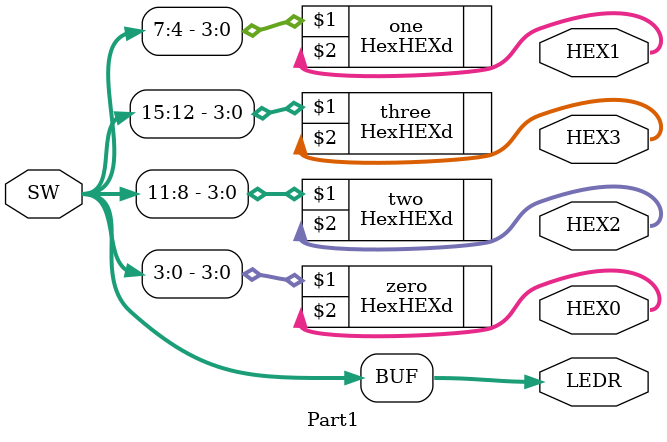
<source format=sv>

module Part1(input [15:0]SW,output [15:0]LEDR,
					output [0:6] HEX0,
					output [0:6] HEX1,
					output [0:6] HEX2,
					output [0:6] HEX3);
					assign LEDR=SW;
					HexHEXd zero (SW[3:0],HEX0);
					HexHEXd one  (SW[7:4],HEX1);
					HexHEXd two  (SW[11:8],HEX2);
					HexHEXd three(SW[15:12],HEX3);
					//HexHEXd zero(SW[0:3],HEX0);
					
endmodule 
</source>
